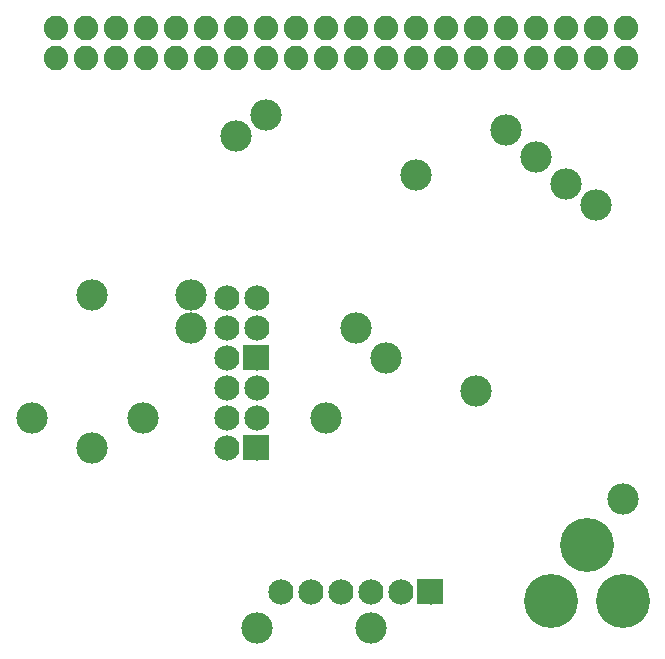
<source format=gts>
G04 MADE WITH FRITZING*
G04 WWW.FRITZING.ORG*
G04 DOUBLE SIDED*
G04 HOLES PLATED*
G04 CONTOUR ON CENTER OF CONTOUR VECTOR*
%ASAXBY*%
%FSLAX23Y23*%
%MOIN*%
%OFA0B0*%
%SFA1.0B1.0*%
%ADD10C,0.180000*%
%ADD11C,0.084000*%
%ADD12C,0.081889*%
%ADD13C,0.081917*%
%ADD14C,0.104488*%
%ADD15R,0.001000X0.001000*%
%LNMASK1*%
G90*
G70*
G54D10*
X1787Y239D03*
X2024Y239D03*
X1905Y424D03*
X1787Y239D03*
X2024Y239D03*
X1905Y424D03*
G54D11*
X1384Y269D03*
X1284Y269D03*
X1184Y269D03*
X1084Y269D03*
X984Y269D03*
X884Y269D03*
X1384Y269D03*
X1284Y269D03*
X1184Y269D03*
X1084Y269D03*
X984Y269D03*
X884Y269D03*
G54D12*
X134Y2049D03*
X234Y2049D03*
X334Y2049D03*
X434Y2049D03*
G54D13*
X534Y2049D03*
G54D12*
X634Y2049D03*
X734Y2049D03*
X834Y2049D03*
X934Y2049D03*
G54D13*
X1034Y2049D03*
G54D12*
X1134Y2049D03*
G54D13*
X1234Y2049D03*
G54D12*
X1334Y2049D03*
X1434Y2049D03*
X1534Y2049D03*
X1634Y2049D03*
G54D13*
X1734Y2049D03*
G54D12*
X1834Y2049D03*
X1934Y2049D03*
X2034Y2049D03*
X2034Y2149D03*
X1934Y2149D03*
X1834Y2149D03*
G54D13*
X1734Y2149D03*
G54D12*
X1634Y2149D03*
X1534Y2149D03*
X1434Y2149D03*
X1334Y2149D03*
G54D13*
X1234Y2149D03*
G54D12*
X1134Y2149D03*
G54D13*
X1034Y2149D03*
G54D12*
X934Y2149D03*
X834Y2149D03*
X734Y2149D03*
X634Y2149D03*
G54D13*
X534Y2149D03*
G54D12*
X434Y2149D03*
X334Y2149D03*
X234Y2149D03*
X134Y2149D03*
G54D14*
X2024Y579D03*
X1934Y1559D03*
X1834Y1629D03*
X1734Y1719D03*
X1634Y1809D03*
G54D11*
X804Y1049D03*
X704Y1049D03*
X804Y1149D03*
X704Y1149D03*
X804Y1249D03*
X704Y1249D03*
X804Y1049D03*
X704Y1049D03*
X804Y1149D03*
X704Y1149D03*
X804Y1249D03*
X704Y1249D03*
X804Y749D03*
X704Y749D03*
X804Y849D03*
X704Y849D03*
X804Y949D03*
X704Y949D03*
X804Y749D03*
X704Y749D03*
X804Y849D03*
X704Y849D03*
X804Y949D03*
X704Y949D03*
G54D14*
X1184Y149D03*
X804Y149D03*
X834Y1859D03*
X734Y1789D03*
X54Y849D03*
X254Y1259D03*
X584Y1259D03*
X584Y1149D03*
X424Y849D03*
X1034Y849D03*
X254Y749D03*
X1234Y1049D03*
X1534Y939D03*
X1134Y1149D03*
X1334Y1659D03*
G54D15*
X761Y1091D02*
X844Y1091D01*
X761Y1090D02*
X844Y1090D01*
X761Y1089D02*
X844Y1089D01*
X761Y1088D02*
X844Y1088D01*
X761Y1087D02*
X844Y1087D01*
X761Y1086D02*
X844Y1086D01*
X761Y1085D02*
X844Y1085D01*
X761Y1084D02*
X844Y1084D01*
X761Y1083D02*
X844Y1083D01*
X761Y1082D02*
X844Y1082D01*
X761Y1081D02*
X844Y1081D01*
X761Y1080D02*
X844Y1080D01*
X761Y1079D02*
X844Y1079D01*
X761Y1078D02*
X844Y1078D01*
X761Y1077D02*
X844Y1077D01*
X761Y1076D02*
X844Y1076D01*
X761Y1075D02*
X844Y1075D01*
X761Y1074D02*
X844Y1074D01*
X761Y1073D02*
X844Y1073D01*
X761Y1072D02*
X844Y1072D01*
X761Y1071D02*
X844Y1071D01*
X761Y1070D02*
X844Y1070D01*
X761Y1069D02*
X844Y1069D01*
X761Y1068D02*
X844Y1068D01*
X761Y1067D02*
X844Y1067D01*
X761Y1066D02*
X844Y1066D01*
X761Y1065D02*
X844Y1065D01*
X761Y1064D02*
X799Y1064D01*
X807Y1064D02*
X844Y1064D01*
X761Y1063D02*
X796Y1063D01*
X810Y1063D02*
X844Y1063D01*
X761Y1062D02*
X794Y1062D01*
X812Y1062D02*
X844Y1062D01*
X761Y1061D02*
X793Y1061D01*
X813Y1061D02*
X844Y1061D01*
X761Y1060D02*
X792Y1060D01*
X814Y1060D02*
X844Y1060D01*
X761Y1059D02*
X791Y1059D01*
X815Y1059D02*
X844Y1059D01*
X761Y1058D02*
X790Y1058D01*
X816Y1058D02*
X844Y1058D01*
X761Y1057D02*
X789Y1057D01*
X816Y1057D02*
X844Y1057D01*
X761Y1056D02*
X789Y1056D01*
X817Y1056D02*
X844Y1056D01*
X761Y1055D02*
X788Y1055D01*
X817Y1055D02*
X844Y1055D01*
X761Y1054D02*
X788Y1054D01*
X818Y1054D02*
X844Y1054D01*
X761Y1053D02*
X788Y1053D01*
X818Y1053D02*
X844Y1053D01*
X761Y1052D02*
X788Y1052D01*
X818Y1052D02*
X844Y1052D01*
X761Y1051D02*
X788Y1051D01*
X818Y1051D02*
X844Y1051D01*
X761Y1050D02*
X787Y1050D01*
X818Y1050D02*
X844Y1050D01*
X761Y1049D02*
X787Y1049D01*
X818Y1049D02*
X844Y1049D01*
X761Y1048D02*
X788Y1048D01*
X818Y1048D02*
X844Y1048D01*
X761Y1047D02*
X788Y1047D01*
X818Y1047D02*
X844Y1047D01*
X761Y1046D02*
X788Y1046D01*
X818Y1046D02*
X844Y1046D01*
X761Y1045D02*
X788Y1045D01*
X818Y1045D02*
X844Y1045D01*
X761Y1044D02*
X788Y1044D01*
X817Y1044D02*
X844Y1044D01*
X761Y1043D02*
X789Y1043D01*
X817Y1043D02*
X844Y1043D01*
X761Y1042D02*
X789Y1042D01*
X816Y1042D02*
X844Y1042D01*
X761Y1041D02*
X790Y1041D01*
X816Y1041D02*
X844Y1041D01*
X761Y1040D02*
X791Y1040D01*
X815Y1040D02*
X844Y1040D01*
X761Y1039D02*
X792Y1039D01*
X814Y1039D02*
X844Y1039D01*
X761Y1038D02*
X793Y1038D01*
X813Y1038D02*
X844Y1038D01*
X761Y1037D02*
X794Y1037D01*
X812Y1037D02*
X844Y1037D01*
X761Y1036D02*
X796Y1036D01*
X810Y1036D02*
X844Y1036D01*
X761Y1035D02*
X798Y1035D01*
X808Y1035D02*
X844Y1035D01*
X761Y1034D02*
X844Y1034D01*
X761Y1033D02*
X844Y1033D01*
X761Y1032D02*
X844Y1032D01*
X761Y1031D02*
X844Y1031D01*
X761Y1030D02*
X844Y1030D01*
X761Y1029D02*
X844Y1029D01*
X761Y1028D02*
X844Y1028D01*
X761Y1027D02*
X844Y1027D01*
X761Y1026D02*
X844Y1026D01*
X761Y1025D02*
X844Y1025D01*
X761Y1024D02*
X844Y1024D01*
X761Y1023D02*
X844Y1023D01*
X761Y1022D02*
X844Y1022D01*
X761Y1021D02*
X844Y1021D01*
X761Y1020D02*
X844Y1020D01*
X761Y1019D02*
X844Y1019D01*
X761Y1018D02*
X844Y1018D01*
X761Y1017D02*
X844Y1017D01*
X761Y1016D02*
X844Y1016D01*
X761Y1015D02*
X844Y1015D01*
X761Y1014D02*
X844Y1014D01*
X761Y1013D02*
X844Y1013D01*
X761Y1012D02*
X844Y1012D01*
X761Y1011D02*
X844Y1011D01*
X761Y1010D02*
X844Y1010D01*
X761Y1009D02*
X844Y1009D01*
X761Y1008D02*
X844Y1008D01*
X761Y791D02*
X844Y791D01*
X761Y790D02*
X844Y790D01*
X761Y789D02*
X844Y789D01*
X761Y788D02*
X844Y788D01*
X761Y787D02*
X844Y787D01*
X761Y786D02*
X844Y786D01*
X761Y785D02*
X844Y785D01*
X761Y784D02*
X844Y784D01*
X761Y783D02*
X844Y783D01*
X761Y782D02*
X844Y782D01*
X761Y781D02*
X844Y781D01*
X761Y780D02*
X844Y780D01*
X761Y779D02*
X844Y779D01*
X761Y778D02*
X844Y778D01*
X761Y777D02*
X844Y777D01*
X761Y776D02*
X844Y776D01*
X761Y775D02*
X844Y775D01*
X761Y774D02*
X844Y774D01*
X761Y773D02*
X844Y773D01*
X761Y772D02*
X844Y772D01*
X761Y771D02*
X844Y771D01*
X761Y770D02*
X844Y770D01*
X761Y769D02*
X844Y769D01*
X761Y768D02*
X844Y768D01*
X761Y767D02*
X844Y767D01*
X761Y766D02*
X844Y766D01*
X761Y765D02*
X844Y765D01*
X761Y764D02*
X799Y764D01*
X807Y764D02*
X844Y764D01*
X761Y763D02*
X796Y763D01*
X810Y763D02*
X844Y763D01*
X761Y762D02*
X794Y762D01*
X812Y762D02*
X844Y762D01*
X761Y761D02*
X793Y761D01*
X813Y761D02*
X844Y761D01*
X761Y760D02*
X792Y760D01*
X814Y760D02*
X844Y760D01*
X761Y759D02*
X791Y759D01*
X815Y759D02*
X844Y759D01*
X761Y758D02*
X790Y758D01*
X816Y758D02*
X844Y758D01*
X761Y757D02*
X789Y757D01*
X816Y757D02*
X844Y757D01*
X761Y756D02*
X789Y756D01*
X817Y756D02*
X844Y756D01*
X761Y755D02*
X788Y755D01*
X817Y755D02*
X844Y755D01*
X761Y754D02*
X788Y754D01*
X818Y754D02*
X844Y754D01*
X761Y753D02*
X788Y753D01*
X818Y753D02*
X844Y753D01*
X761Y752D02*
X788Y752D01*
X818Y752D02*
X844Y752D01*
X761Y751D02*
X788Y751D01*
X818Y751D02*
X844Y751D01*
X761Y750D02*
X787Y750D01*
X818Y750D02*
X844Y750D01*
X761Y749D02*
X787Y749D01*
X818Y749D02*
X844Y749D01*
X761Y748D02*
X788Y748D01*
X818Y748D02*
X844Y748D01*
X761Y747D02*
X788Y747D01*
X818Y747D02*
X844Y747D01*
X761Y746D02*
X788Y746D01*
X818Y746D02*
X844Y746D01*
X761Y745D02*
X788Y745D01*
X818Y745D02*
X844Y745D01*
X761Y744D02*
X788Y744D01*
X817Y744D02*
X844Y744D01*
X761Y743D02*
X789Y743D01*
X817Y743D02*
X844Y743D01*
X761Y742D02*
X789Y742D01*
X816Y742D02*
X844Y742D01*
X761Y741D02*
X790Y741D01*
X816Y741D02*
X844Y741D01*
X761Y740D02*
X791Y740D01*
X815Y740D02*
X844Y740D01*
X761Y739D02*
X792Y739D01*
X814Y739D02*
X844Y739D01*
X761Y738D02*
X793Y738D01*
X813Y738D02*
X844Y738D01*
X761Y737D02*
X794Y737D01*
X812Y737D02*
X844Y737D01*
X761Y736D02*
X796Y736D01*
X810Y736D02*
X844Y736D01*
X761Y735D02*
X798Y735D01*
X808Y735D02*
X844Y735D01*
X761Y734D02*
X844Y734D01*
X761Y733D02*
X844Y733D01*
X761Y732D02*
X844Y732D01*
X761Y731D02*
X844Y731D01*
X761Y730D02*
X844Y730D01*
X761Y729D02*
X844Y729D01*
X761Y728D02*
X844Y728D01*
X761Y727D02*
X844Y727D01*
X761Y726D02*
X844Y726D01*
X761Y725D02*
X844Y725D01*
X761Y724D02*
X844Y724D01*
X761Y723D02*
X844Y723D01*
X761Y722D02*
X844Y722D01*
X761Y721D02*
X844Y721D01*
X761Y720D02*
X844Y720D01*
X761Y719D02*
X844Y719D01*
X761Y718D02*
X844Y718D01*
X761Y717D02*
X844Y717D01*
X761Y716D02*
X844Y716D01*
X761Y715D02*
X844Y715D01*
X761Y714D02*
X844Y714D01*
X761Y713D02*
X844Y713D01*
X761Y712D02*
X844Y712D01*
X761Y711D02*
X844Y711D01*
X761Y710D02*
X844Y710D01*
X761Y709D02*
X844Y709D01*
X761Y708D02*
X844Y708D01*
X1341Y311D02*
X1424Y311D01*
X1341Y310D02*
X1424Y310D01*
X1341Y309D02*
X1424Y309D01*
X1341Y308D02*
X1424Y308D01*
X1341Y307D02*
X1424Y307D01*
X1341Y306D02*
X1424Y306D01*
X1341Y305D02*
X1424Y305D01*
X1341Y304D02*
X1424Y304D01*
X1341Y303D02*
X1424Y303D01*
X1341Y302D02*
X1424Y302D01*
X1341Y301D02*
X1424Y301D01*
X1341Y300D02*
X1424Y300D01*
X1341Y299D02*
X1424Y299D01*
X1341Y298D02*
X1424Y298D01*
X1341Y297D02*
X1424Y297D01*
X1341Y296D02*
X1424Y296D01*
X1341Y295D02*
X1424Y295D01*
X1341Y294D02*
X1424Y294D01*
X1341Y293D02*
X1424Y293D01*
X1341Y292D02*
X1424Y292D01*
X1341Y291D02*
X1424Y291D01*
X1341Y290D02*
X1424Y290D01*
X1341Y289D02*
X1424Y289D01*
X1341Y288D02*
X1424Y288D01*
X1341Y287D02*
X1424Y287D01*
X1341Y286D02*
X1424Y286D01*
X1341Y285D02*
X1424Y285D01*
X1341Y284D02*
X1379Y284D01*
X1387Y284D02*
X1424Y284D01*
X1341Y283D02*
X1376Y283D01*
X1390Y283D02*
X1424Y283D01*
X1341Y282D02*
X1374Y282D01*
X1392Y282D02*
X1424Y282D01*
X1341Y281D02*
X1373Y281D01*
X1393Y281D02*
X1424Y281D01*
X1341Y280D02*
X1372Y280D01*
X1394Y280D02*
X1424Y280D01*
X1341Y279D02*
X1371Y279D01*
X1395Y279D02*
X1424Y279D01*
X1341Y278D02*
X1370Y278D01*
X1396Y278D02*
X1424Y278D01*
X1341Y277D02*
X1369Y277D01*
X1396Y277D02*
X1424Y277D01*
X1341Y276D02*
X1369Y276D01*
X1397Y276D02*
X1424Y276D01*
X1341Y275D02*
X1368Y275D01*
X1397Y275D02*
X1424Y275D01*
X1341Y274D02*
X1368Y274D01*
X1398Y274D02*
X1424Y274D01*
X1341Y273D02*
X1368Y273D01*
X1398Y273D02*
X1424Y273D01*
X1341Y272D02*
X1368Y272D01*
X1398Y272D02*
X1424Y272D01*
X1341Y271D02*
X1367Y271D01*
X1398Y271D02*
X1424Y271D01*
X1341Y270D02*
X1367Y270D01*
X1398Y270D02*
X1424Y270D01*
X1341Y269D02*
X1367Y269D01*
X1398Y269D02*
X1424Y269D01*
X1341Y268D02*
X1367Y268D01*
X1398Y268D02*
X1424Y268D01*
X1341Y267D02*
X1368Y267D01*
X1398Y267D02*
X1424Y267D01*
X1341Y266D02*
X1368Y266D01*
X1398Y266D02*
X1424Y266D01*
X1341Y265D02*
X1368Y265D01*
X1398Y265D02*
X1424Y265D01*
X1341Y264D02*
X1368Y264D01*
X1397Y264D02*
X1424Y264D01*
X1341Y263D02*
X1369Y263D01*
X1397Y263D02*
X1424Y263D01*
X1341Y262D02*
X1369Y262D01*
X1396Y262D02*
X1424Y262D01*
X1341Y261D02*
X1370Y261D01*
X1396Y261D02*
X1424Y261D01*
X1341Y260D02*
X1371Y260D01*
X1395Y260D02*
X1424Y260D01*
X1341Y259D02*
X1372Y259D01*
X1394Y259D02*
X1424Y259D01*
X1341Y258D02*
X1373Y258D01*
X1393Y258D02*
X1424Y258D01*
X1341Y257D02*
X1374Y257D01*
X1392Y257D02*
X1424Y257D01*
X1341Y256D02*
X1376Y256D01*
X1390Y256D02*
X1424Y256D01*
X1341Y255D02*
X1378Y255D01*
X1387Y255D02*
X1424Y255D01*
X1341Y254D02*
X1424Y254D01*
X1341Y253D02*
X1424Y253D01*
X1341Y252D02*
X1424Y252D01*
X1341Y251D02*
X1424Y251D01*
X1341Y250D02*
X1424Y250D01*
X1341Y249D02*
X1424Y249D01*
X1341Y248D02*
X1424Y248D01*
X1341Y247D02*
X1424Y247D01*
X1341Y246D02*
X1424Y246D01*
X1341Y245D02*
X1424Y245D01*
X1341Y244D02*
X1424Y244D01*
X1341Y243D02*
X1424Y243D01*
X1341Y242D02*
X1424Y242D01*
X1341Y241D02*
X1424Y241D01*
X1341Y240D02*
X1424Y240D01*
X1341Y239D02*
X1424Y239D01*
X1341Y238D02*
X1424Y238D01*
X1341Y237D02*
X1424Y237D01*
X1341Y236D02*
X1424Y236D01*
X1341Y235D02*
X1424Y235D01*
X1341Y234D02*
X1424Y234D01*
X1341Y233D02*
X1424Y233D01*
X1341Y232D02*
X1424Y232D01*
X1341Y231D02*
X1424Y231D01*
X1341Y230D02*
X1424Y230D01*
X1341Y229D02*
X1424Y229D01*
X1341Y228D02*
X1424Y228D01*
D02*
G04 End of Mask1*
M02*
</source>
